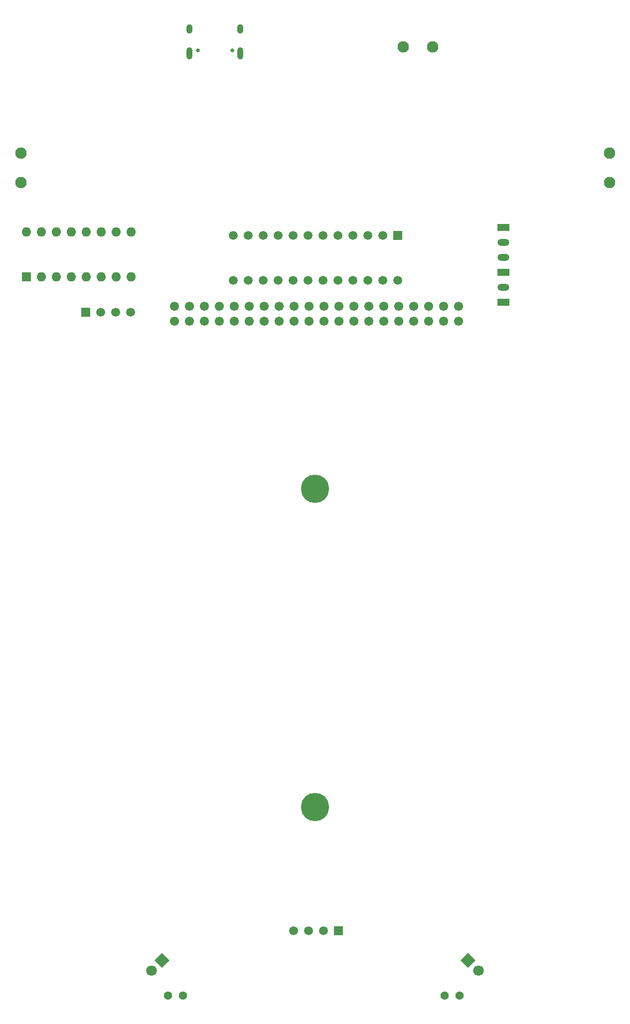
<source format=gbr>
%TF.GenerationSoftware,KiCad,Pcbnew,(5.1.9)-1*%
%TF.CreationDate,2022-05-19T12:20:13-04:00*%
%TF.ProjectId,esp32pcbbot,65737033-3270-4636-9262-6f742e6b6963,rev?*%
%TF.SameCoordinates,Original*%
%TF.FileFunction,Soldermask,Bot*%
%TF.FilePolarity,Negative*%
%FSLAX46Y46*%
G04 Gerber Fmt 4.6, Leading zero omitted, Abs format (unit mm)*
G04 Created by KiCad (PCBNEW (5.1.9)-1) date 2022-05-19 12:20:13*
%MOMM*%
%LPD*%
G01*
G04 APERTURE LIST*
%ADD10C,4.800000*%
%ADD11C,1.500000*%
%ADD12R,1.500000X1.500000*%
%ADD13C,1.550000*%
%ADD14C,1.950000*%
%ADD15C,1.800000*%
%ADD16C,0.100000*%
%ADD17O,1.000000X2.100000*%
%ADD18C,0.650000*%
%ADD19O,1.000000X1.600000*%
%ADD20O,1.600000X1.600000*%
%ADD21R,1.600000X1.600000*%
%ADD22C,1.431000*%
%ADD23R,2.000000X1.200000*%
%ADD24O,2.000000X1.200000*%
G04 APERTURE END LIST*
D10*
%TO.C,U4*%
X90000000Y-159000000D03*
X90000000Y-105000000D03*
%TD*%
D11*
%TO.C,S5*%
X76060000Y-69620000D03*
X76060000Y-62000000D03*
X78600000Y-69620000D03*
X78600000Y-62000000D03*
X81140000Y-69620000D03*
X81140000Y-62000000D03*
X83680000Y-69620000D03*
X83680000Y-62000000D03*
X86220000Y-69620000D03*
X86220000Y-62000000D03*
X88760000Y-69620000D03*
X88760000Y-62000000D03*
X91300000Y-69620000D03*
X91300000Y-62000000D03*
X93840000Y-69620000D03*
X93840000Y-62000000D03*
X96380000Y-69620000D03*
X96380000Y-62000000D03*
X98920000Y-69620000D03*
X98920000Y-62000000D03*
X101460000Y-69620000D03*
X101460000Y-62000000D03*
X104000000Y-69620000D03*
D12*
X104000000Y-62000000D03*
%TD*%
D11*
%TO.C,J6*%
X58620000Y-75000000D03*
X56080000Y-75000000D03*
X53540000Y-75000000D03*
D12*
X51000000Y-75000000D03*
%TD*%
D13*
%TO.C,J5*%
X66140000Y-74000000D03*
X66140000Y-76540000D03*
X68680000Y-74000000D03*
X68680000Y-76540000D03*
X71220000Y-74000000D03*
X71220000Y-76540000D03*
X73760000Y-74000000D03*
X73760000Y-76540000D03*
X76300000Y-74000000D03*
X76300000Y-76540000D03*
X78840000Y-74000000D03*
X78840000Y-76540000D03*
X81380000Y-74000000D03*
X81380000Y-76540000D03*
X83920000Y-74000000D03*
X83920000Y-76540000D03*
X86460000Y-74000000D03*
X86460000Y-76540000D03*
X89000000Y-74000000D03*
X89000000Y-76540000D03*
X91540000Y-74000000D03*
X91540000Y-76540000D03*
X94080000Y-74000000D03*
X94080000Y-76540000D03*
X96620000Y-74000000D03*
X96620000Y-76540000D03*
X99160000Y-74000000D03*
X99160000Y-76540000D03*
X101700000Y-74000000D03*
X101700000Y-76540000D03*
X104240000Y-74000000D03*
X104240000Y-76540000D03*
X106780000Y-74000000D03*
X106780000Y-76540000D03*
X109320000Y-74000000D03*
X109320000Y-76540000D03*
X111860000Y-74000000D03*
X111860000Y-76540000D03*
X114400000Y-74000000D03*
X114400000Y-76540000D03*
%TD*%
D11*
%TO.C,J4*%
X86380000Y-180000000D03*
X88920000Y-180000000D03*
X91460000Y-180000000D03*
D12*
X94000000Y-180000000D03*
%TD*%
D14*
%TO.C,J3*%
X110000000Y-30000000D03*
X105000000Y-30000000D03*
%TD*%
%TO.C,J2*%
X40000000Y-48000000D03*
X40000000Y-53000000D03*
%TD*%
%TO.C,J1*%
X140000000Y-53000000D03*
X140000000Y-48000000D03*
%TD*%
D15*
%TO.C,D2*%
X62203949Y-186796051D03*
D16*
G36*
X64000000Y-183727208D02*
G01*
X65272792Y-185000000D01*
X64000000Y-186272792D01*
X62727208Y-185000000D01*
X64000000Y-183727208D01*
G37*
%TD*%
D15*
%TO.C,D1*%
X117796051Y-186796051D03*
D16*
G36*
X114727208Y-185000000D02*
G01*
X116000000Y-183727208D01*
X117272792Y-185000000D01*
X116000000Y-186272792D01*
X114727208Y-185000000D01*
G37*
%TD*%
D17*
%TO.C,USB1*%
X68680000Y-31130000D03*
X77320000Y-31130000D03*
D18*
X75890000Y-30600000D03*
D19*
X77320000Y-26950000D03*
D18*
X70110000Y-30600000D03*
D19*
X68680000Y-26950000D03*
%TD*%
D20*
%TO.C,U3*%
X41000000Y-61380000D03*
X58780000Y-69000000D03*
X43540000Y-61380000D03*
X56240000Y-69000000D03*
X46080000Y-61380000D03*
X53700000Y-69000000D03*
X48620000Y-61380000D03*
X51160000Y-69000000D03*
X51160000Y-61380000D03*
X48620000Y-69000000D03*
X53700000Y-61380000D03*
X46080000Y-69000000D03*
X56240000Y-61380000D03*
X43540000Y-69000000D03*
X58780000Y-61380000D03*
D21*
X41000000Y-69000000D03*
%TD*%
D22*
%TO.C,Q4*%
X67540000Y-191000000D03*
X65000000Y-191000000D03*
%TD*%
%TO.C,Q3*%
X114540000Y-191000000D03*
X112000000Y-191000000D03*
%TD*%
D23*
%TO.C,B1*%
X122000000Y-73350000D03*
D24*
X122000000Y-70810000D03*
D23*
X122000000Y-68270000D03*
D24*
X122000000Y-65730000D03*
X122000000Y-63190000D03*
D23*
X122000000Y-60650000D03*
%TD*%
M02*

</source>
